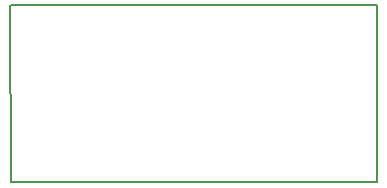
<source format=gm1>
G04 #@! TF.GenerationSoftware,KiCad,Pcbnew,(5.0.0-dirty)*
G04 #@! TF.CreationDate,2020-07-10T19:56:49+09:00*
G04 #@! TF.ProjectId,fake-fan-mk2,66616B652D66616E2D6D6B322E6B6963,rev?*
G04 #@! TF.SameCoordinates,Original*
G04 #@! TF.FileFunction,Profile,NP*
%FSLAX46Y46*%
G04 Gerber Fmt 4.6, Leading zero omitted, Abs format (unit mm)*
G04 Created by KiCad (PCBNEW (5.0.0-dirty)) date 07/10/20 19:56:49*
%MOMM*%
%LPD*%
G01*
G04 APERTURE LIST*
%ADD10C,0.200000*%
G04 APERTURE END LIST*
D10*
X14500000Y-29500000D02*
X14478000Y-14500000D01*
X45500000Y-29500000D02*
X14500000Y-29500000D01*
X45500000Y-14500000D02*
X45500000Y-29500000D01*
X14500000Y-14500000D02*
X45500000Y-14500000D01*
M02*

</source>
